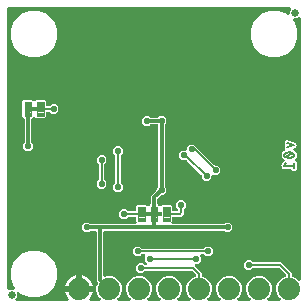
<source format=gbl>
G04 EAGLE Gerber RS-274X export*
G75*
%MOMM*%
%FSLAX34Y34*%
%LPD*%
%INBottom Copper*%
%IPPOS*%
%AMOC8*
5,1,8,0,0,1.08239X$1,22.5*%
G01*
%ADD10C,0.203200*%
%ADD11C,0.635000*%
%ADD12C,1.879600*%
%ADD13C,0.099059*%
%ADD14C,0.558800*%
%ADD15C,0.304800*%

G36*
X53596Y2812D02*
X53596Y2812D01*
X53734Y2825D01*
X53753Y2832D01*
X53773Y2835D01*
X53902Y2886D01*
X54033Y2933D01*
X54050Y2944D01*
X54068Y2952D01*
X54181Y3033D01*
X54296Y3112D01*
X54310Y3127D01*
X54326Y3138D01*
X54415Y3246D01*
X54507Y3350D01*
X54516Y3368D01*
X54529Y3383D01*
X54588Y3509D01*
X54651Y3634D01*
X54656Y3653D01*
X54664Y3671D01*
X54690Y3808D01*
X54721Y3944D01*
X54720Y3964D01*
X54724Y3983D01*
X54715Y4122D01*
X54711Y4262D01*
X54705Y4281D01*
X54704Y4301D01*
X54661Y4433D01*
X54622Y4567D01*
X54612Y4584D01*
X54606Y4603D01*
X54531Y4721D01*
X54461Y4841D01*
X54442Y4862D01*
X54436Y4872D01*
X54421Y4886D01*
X54416Y4892D01*
X53289Y6443D01*
X52436Y8117D01*
X51855Y9904D01*
X51815Y10161D01*
X62230Y10161D01*
X62348Y10176D01*
X62467Y10183D01*
X62505Y10196D01*
X62545Y10201D01*
X62656Y10244D01*
X62769Y10281D01*
X62803Y10303D01*
X62841Y10318D01*
X62937Y10388D01*
X63038Y10451D01*
X63066Y10481D01*
X63098Y10504D01*
X63174Y10596D01*
X63256Y10683D01*
X63275Y10718D01*
X63301Y10749D01*
X63352Y10857D01*
X63409Y10961D01*
X63420Y11001D01*
X63437Y11037D01*
X63459Y11154D01*
X63489Y11269D01*
X63493Y11330D01*
X63497Y11350D01*
X63495Y11370D01*
X63499Y11430D01*
X63499Y12701D01*
X63501Y12701D01*
X63501Y11430D01*
X63516Y11312D01*
X63523Y11193D01*
X63536Y11155D01*
X63541Y11114D01*
X63585Y11004D01*
X63621Y10891D01*
X63643Y10856D01*
X63658Y10819D01*
X63728Y10723D01*
X63791Y10622D01*
X63821Y10594D01*
X63845Y10561D01*
X63936Y10486D01*
X64023Y10404D01*
X64058Y10384D01*
X64090Y10359D01*
X64197Y10308D01*
X64302Y10250D01*
X64341Y10240D01*
X64377Y10223D01*
X64494Y10201D01*
X64609Y10171D01*
X64670Y10167D01*
X64690Y10163D01*
X64710Y10165D01*
X64770Y10161D01*
X75185Y10161D01*
X75145Y9904D01*
X74564Y8117D01*
X73711Y6443D01*
X72548Y4842D01*
X72539Y4826D01*
X72471Y4745D01*
X72463Y4726D01*
X72451Y4711D01*
X72395Y4583D01*
X72336Y4457D01*
X72332Y4437D01*
X72324Y4419D01*
X72302Y4281D01*
X72276Y4144D01*
X72277Y4125D01*
X72274Y4105D01*
X72287Y3966D01*
X72296Y3827D01*
X72302Y3808D01*
X72304Y3788D01*
X72351Y3657D01*
X72394Y3525D01*
X72405Y3508D01*
X72411Y3489D01*
X72489Y3374D01*
X72564Y3256D01*
X72579Y3242D01*
X72590Y3226D01*
X72694Y3134D01*
X72796Y3038D01*
X72813Y3028D01*
X72828Y3015D01*
X72952Y2952D01*
X73074Y2884D01*
X73094Y2879D01*
X73111Y2870D01*
X73247Y2840D01*
X73382Y2805D01*
X73410Y2803D01*
X73422Y2801D01*
X73442Y2801D01*
X73543Y2795D01*
X80653Y2795D01*
X80791Y2812D01*
X80930Y2825D01*
X80949Y2832D01*
X80969Y2835D01*
X81098Y2886D01*
X81229Y2933D01*
X81246Y2944D01*
X81264Y2952D01*
X81377Y3033D01*
X81492Y3111D01*
X81505Y3127D01*
X81522Y3138D01*
X81611Y3246D01*
X81702Y3350D01*
X81712Y3368D01*
X81725Y3383D01*
X81784Y3509D01*
X81847Y3633D01*
X81851Y3653D01*
X81860Y3671D01*
X81886Y3808D01*
X81917Y3943D01*
X81916Y3964D01*
X81920Y3983D01*
X81911Y4122D01*
X81907Y4261D01*
X81901Y4281D01*
X81900Y4301D01*
X81857Y4433D01*
X81819Y4567D01*
X81808Y4584D01*
X81802Y4603D01*
X81727Y4721D01*
X81657Y4841D01*
X81639Y4862D01*
X81632Y4872D01*
X81617Y4886D01*
X81551Y4961D01*
X79855Y6657D01*
X78231Y10578D01*
X78231Y14822D01*
X79252Y17287D01*
X79260Y17316D01*
X79274Y17342D01*
X79302Y17469D01*
X79336Y17594D01*
X79337Y17623D01*
X79343Y17652D01*
X79339Y17782D01*
X79341Y17912D01*
X79334Y17941D01*
X79334Y17970D01*
X79298Y18095D01*
X79267Y18221D01*
X79253Y18247D01*
X79245Y18276D01*
X79179Y18387D01*
X79118Y18502D01*
X79099Y18524D01*
X79084Y18550D01*
X78977Y18670D01*
X78485Y19162D01*
X78485Y60706D01*
X78470Y60824D01*
X78463Y60943D01*
X78450Y60981D01*
X78445Y61022D01*
X78402Y61132D01*
X78365Y61245D01*
X78343Y61280D01*
X78328Y61317D01*
X78259Y61413D01*
X78195Y61514D01*
X78165Y61542D01*
X78142Y61575D01*
X78050Y61651D01*
X77963Y61732D01*
X77928Y61752D01*
X77897Y61777D01*
X77789Y61828D01*
X77685Y61886D01*
X77645Y61896D01*
X77609Y61913D01*
X77492Y61935D01*
X77377Y61965D01*
X77317Y61969D01*
X77297Y61973D01*
X77276Y61971D01*
X77216Y61975D01*
X73329Y61975D01*
X73231Y61963D01*
X73132Y61960D01*
X73074Y61943D01*
X73014Y61935D01*
X72922Y61899D01*
X72827Y61871D01*
X72774Y61841D01*
X72718Y61818D01*
X72638Y61760D01*
X72553Y61710D01*
X72478Y61644D01*
X72461Y61632D01*
X72453Y61622D01*
X72432Y61603D01*
X71534Y60705D01*
X68166Y60705D01*
X65785Y63086D01*
X65785Y66454D01*
X68166Y68835D01*
X71534Y68835D01*
X72432Y67937D01*
X72510Y67876D01*
X72582Y67808D01*
X72635Y67779D01*
X72683Y67742D01*
X72774Y67702D01*
X72861Y67654D01*
X72919Y67639D01*
X72975Y67615D01*
X73073Y67600D01*
X73169Y67575D01*
X73269Y67569D01*
X73289Y67565D01*
X73301Y67567D01*
X73329Y67565D01*
X110998Y67565D01*
X111136Y67582D01*
X111275Y67595D01*
X111294Y67602D01*
X111314Y67605D01*
X111443Y67656D01*
X111574Y67703D01*
X111591Y67714D01*
X111609Y67722D01*
X111722Y67803D01*
X111837Y67881D01*
X111850Y67897D01*
X111867Y67908D01*
X111956Y68016D01*
X112047Y68120D01*
X112057Y68138D01*
X112069Y68153D01*
X112129Y68279D01*
X112192Y68403D01*
X112196Y68423D01*
X112205Y68441D01*
X112231Y68578D01*
X112262Y68713D01*
X112261Y68734D01*
X112265Y68753D01*
X112256Y68892D01*
X112252Y69031D01*
X112246Y69051D01*
X112245Y69071D01*
X112202Y69203D01*
X112163Y69337D01*
X112153Y69354D01*
X112147Y69373D01*
X112072Y69491D01*
X112013Y69591D01*
X112013Y72644D01*
X111998Y72762D01*
X111991Y72881D01*
X111978Y72919D01*
X111973Y72960D01*
X111930Y73070D01*
X111893Y73183D01*
X111871Y73218D01*
X111856Y73255D01*
X111787Y73351D01*
X111723Y73452D01*
X111693Y73480D01*
X111670Y73513D01*
X111578Y73589D01*
X111491Y73670D01*
X111456Y73690D01*
X111425Y73715D01*
X111317Y73766D01*
X111213Y73824D01*
X111173Y73834D01*
X111137Y73851D01*
X111020Y73873D01*
X110905Y73903D01*
X110845Y73907D01*
X110825Y73911D01*
X110804Y73909D01*
X110744Y73913D01*
X105587Y73913D01*
X105489Y73901D01*
X105390Y73898D01*
X105332Y73881D01*
X105272Y73873D01*
X105180Y73837D01*
X105085Y73809D01*
X105033Y73779D01*
X104976Y73756D01*
X104896Y73698D01*
X104811Y73648D01*
X104735Y73582D01*
X104719Y73570D01*
X104711Y73560D01*
X104690Y73542D01*
X103284Y72135D01*
X99916Y72135D01*
X97535Y74516D01*
X97535Y77884D01*
X99916Y80265D01*
X103284Y80265D01*
X104690Y78858D01*
X104768Y78798D01*
X104840Y78730D01*
X104893Y78701D01*
X104941Y78664D01*
X105032Y78624D01*
X105119Y78576D01*
X105177Y78561D01*
X105233Y78537D01*
X105331Y78522D01*
X105427Y78497D01*
X105527Y78491D01*
X105547Y78487D01*
X105559Y78489D01*
X105587Y78487D01*
X110744Y78487D01*
X110862Y78502D01*
X110981Y78509D01*
X111019Y78522D01*
X111060Y78527D01*
X111170Y78570D01*
X111283Y78607D01*
X111318Y78629D01*
X111355Y78644D01*
X111451Y78713D01*
X111552Y78777D01*
X111580Y78807D01*
X111613Y78830D01*
X111689Y78922D01*
X111770Y79009D01*
X111790Y79044D01*
X111815Y79075D01*
X111866Y79183D01*
X111924Y79287D01*
X111934Y79327D01*
X111951Y79363D01*
X111973Y79480D01*
X112003Y79595D01*
X112007Y79655D01*
X112011Y79675D01*
X112009Y79696D01*
X112013Y79756D01*
X112013Y82786D01*
X113048Y83821D01*
X120124Y83821D01*
X120896Y83049D01*
X120990Y82976D01*
X121079Y82898D01*
X121115Y82879D01*
X121147Y82855D01*
X121256Y82807D01*
X121362Y82753D01*
X121401Y82744D01*
X121439Y82728D01*
X121556Y82709D01*
X121672Y82683D01*
X121713Y82685D01*
X121753Y82678D01*
X121871Y82689D01*
X121990Y82693D01*
X122029Y82704D01*
X122069Y82708D01*
X122181Y82748D01*
X122296Y82782D01*
X122331Y82802D01*
X122369Y82816D01*
X122467Y82883D01*
X122570Y82943D01*
X122615Y82983D01*
X122632Y82994D01*
X122645Y83010D01*
X122691Y83049D01*
X123834Y84193D01*
X123894Y84271D01*
X123962Y84343D01*
X123991Y84396D01*
X124028Y84444D01*
X124068Y84535D01*
X124116Y84621D01*
X124131Y84680D01*
X124155Y84736D01*
X124170Y84834D01*
X124195Y84929D01*
X124201Y85029D01*
X124205Y85050D01*
X124203Y85062D01*
X124205Y85090D01*
X124205Y91328D01*
X128914Y96036D01*
X128974Y96114D01*
X129042Y96186D01*
X129071Y96239D01*
X129108Y96287D01*
X129148Y96378D01*
X129196Y96465D01*
X129211Y96523D01*
X129235Y96579D01*
X129250Y96677D01*
X129275Y96773D01*
X129281Y96873D01*
X129285Y96893D01*
X129283Y96905D01*
X129285Y96933D01*
X129285Y98204D01*
X130184Y99102D01*
X130244Y99180D01*
X130312Y99252D01*
X130341Y99305D01*
X130378Y99353D01*
X130418Y99444D01*
X130466Y99531D01*
X130481Y99589D01*
X130505Y99645D01*
X130520Y99743D01*
X130545Y99839D01*
X130551Y99939D01*
X130555Y99959D01*
X130553Y99971D01*
X130555Y99999D01*
X130555Y150876D01*
X130540Y150994D01*
X130533Y151113D01*
X130520Y151151D01*
X130515Y151192D01*
X130472Y151302D01*
X130435Y151415D01*
X130413Y151450D01*
X130398Y151487D01*
X130329Y151583D01*
X130265Y151684D01*
X130235Y151712D01*
X130212Y151745D01*
X130120Y151821D01*
X130033Y151902D01*
X129998Y151922D01*
X129967Y151947D01*
X129859Y151998D01*
X129755Y152056D01*
X129715Y152066D01*
X129679Y152083D01*
X129562Y152105D01*
X129447Y152135D01*
X129387Y152139D01*
X129367Y152143D01*
X129346Y152141D01*
X129286Y152145D01*
X124129Y152145D01*
X124031Y152133D01*
X123932Y152130D01*
X123874Y152113D01*
X123814Y152105D01*
X123722Y152069D01*
X123627Y152041D01*
X123575Y152011D01*
X123518Y151988D01*
X123438Y151930D01*
X123353Y151880D01*
X123277Y151814D01*
X123261Y151802D01*
X123253Y151792D01*
X123232Y151774D01*
X122334Y150875D01*
X118966Y150875D01*
X116585Y153256D01*
X116585Y156624D01*
X118966Y159005D01*
X122334Y159005D01*
X123232Y158106D01*
X123310Y158046D01*
X123382Y157978D01*
X123435Y157949D01*
X123483Y157912D01*
X123574Y157872D01*
X123661Y157824D01*
X123719Y157809D01*
X123775Y157785D01*
X123873Y157770D01*
X123969Y157745D01*
X124069Y157739D01*
X124089Y157735D01*
X124101Y157737D01*
X124129Y157735D01*
X129871Y157735D01*
X129969Y157747D01*
X130068Y157750D01*
X130126Y157767D01*
X130186Y157775D01*
X130278Y157811D01*
X130373Y157839D01*
X130425Y157869D01*
X130482Y157892D01*
X130562Y157950D01*
X130647Y158000D01*
X130723Y158066D01*
X130739Y158078D01*
X130747Y158088D01*
X130768Y158106D01*
X131666Y159005D01*
X135034Y159005D01*
X137415Y156624D01*
X137415Y153256D01*
X136516Y152358D01*
X136456Y152280D01*
X136388Y152208D01*
X136359Y152155D01*
X136322Y152107D01*
X136282Y152016D01*
X136234Y151929D01*
X136219Y151871D01*
X136195Y151815D01*
X136180Y151717D01*
X136155Y151621D01*
X136149Y151521D01*
X136145Y151501D01*
X136147Y151489D01*
X136145Y151461D01*
X136145Y99999D01*
X136157Y99901D01*
X136160Y99802D01*
X136177Y99744D01*
X136185Y99684D01*
X136221Y99592D01*
X136249Y99497D01*
X136279Y99445D01*
X136302Y99388D01*
X136360Y99308D01*
X136410Y99223D01*
X136476Y99147D01*
X136488Y99131D01*
X136498Y99123D01*
X136516Y99102D01*
X137415Y98204D01*
X137415Y94836D01*
X135034Y92455D01*
X133763Y92455D01*
X133665Y92443D01*
X133566Y92440D01*
X133508Y92423D01*
X133448Y92415D01*
X133356Y92379D01*
X133261Y92351D01*
X133208Y92321D01*
X133152Y92298D01*
X133072Y92240D01*
X132987Y92190D01*
X132911Y92124D01*
X132895Y92112D01*
X132887Y92102D01*
X132866Y92084D01*
X130166Y89384D01*
X130106Y89306D01*
X130038Y89234D01*
X130009Y89181D01*
X129972Y89133D01*
X129932Y89042D01*
X129884Y88955D01*
X129869Y88897D01*
X129845Y88841D01*
X129830Y88743D01*
X129805Y88647D01*
X129799Y88547D01*
X129795Y88527D01*
X129797Y88515D01*
X129795Y88487D01*
X129795Y85090D01*
X129807Y84992D01*
X129810Y84893D01*
X129827Y84835D01*
X129835Y84774D01*
X129871Y84682D01*
X129899Y84587D01*
X129929Y84535D01*
X129952Y84479D01*
X130010Y84399D01*
X130060Y84313D01*
X130126Y84238D01*
X130138Y84221D01*
X130148Y84214D01*
X130166Y84192D01*
X131310Y83049D01*
X131404Y82976D01*
X131493Y82898D01*
X131529Y82879D01*
X131561Y82855D01*
X131670Y82807D01*
X131776Y82753D01*
X131815Y82744D01*
X131853Y82728D01*
X131970Y82709D01*
X132086Y82683D01*
X132127Y82685D01*
X132167Y82678D01*
X132285Y82689D01*
X132404Y82693D01*
X132443Y82704D01*
X132483Y82708D01*
X132595Y82748D01*
X132710Y82782D01*
X132745Y82802D01*
X132783Y82816D01*
X132881Y82883D01*
X132984Y82943D01*
X133029Y82983D01*
X133046Y82994D01*
X133059Y83010D01*
X133105Y83049D01*
X133876Y83821D01*
X140952Y83821D01*
X141987Y82786D01*
X141987Y79756D01*
X142002Y79638D01*
X142009Y79519D01*
X142022Y79481D01*
X142027Y79440D01*
X142070Y79330D01*
X142107Y79217D01*
X142129Y79182D01*
X142144Y79145D01*
X142213Y79049D01*
X142277Y78948D01*
X142307Y78920D01*
X142330Y78887D01*
X142422Y78811D01*
X142509Y78730D01*
X142544Y78710D01*
X142575Y78685D01*
X142683Y78634D01*
X142787Y78576D01*
X142827Y78566D01*
X142863Y78549D01*
X142980Y78527D01*
X143095Y78497D01*
X143155Y78493D01*
X143175Y78489D01*
X143196Y78491D01*
X143256Y78487D01*
X146304Y78487D01*
X146422Y78502D01*
X146541Y78509D01*
X146579Y78522D01*
X146620Y78527D01*
X146730Y78570D01*
X146843Y78607D01*
X146878Y78629D01*
X146915Y78644D01*
X147011Y78713D01*
X147112Y78777D01*
X147140Y78807D01*
X147173Y78830D01*
X147249Y78922D01*
X147330Y79009D01*
X147350Y79044D01*
X147375Y79075D01*
X147426Y79183D01*
X147484Y79287D01*
X147494Y79327D01*
X147511Y79363D01*
X147533Y79480D01*
X147563Y79595D01*
X147567Y79655D01*
X147571Y79675D01*
X147569Y79696D01*
X147573Y79756D01*
X147573Y79833D01*
X147561Y79931D01*
X147558Y80030D01*
X147541Y80088D01*
X147533Y80148D01*
X147497Y80240D01*
X147469Y80335D01*
X147439Y80387D01*
X147416Y80444D01*
X147358Y80524D01*
X147308Y80609D01*
X147242Y80685D01*
X147230Y80701D01*
X147220Y80709D01*
X147202Y80730D01*
X145795Y82136D01*
X145795Y85504D01*
X148176Y87885D01*
X151544Y87885D01*
X153925Y85504D01*
X153925Y82136D01*
X152518Y80730D01*
X152458Y80652D01*
X152390Y80580D01*
X152361Y80527D01*
X152324Y80479D01*
X152284Y80388D01*
X152236Y80301D01*
X152221Y80243D01*
X152197Y80187D01*
X152182Y80089D01*
X152157Y79993D01*
X152151Y79893D01*
X152147Y79873D01*
X152149Y79861D01*
X152147Y79833D01*
X152147Y76523D01*
X149537Y73913D01*
X143256Y73913D01*
X143138Y73898D01*
X143019Y73891D01*
X142981Y73878D01*
X142940Y73873D01*
X142830Y73830D01*
X142717Y73793D01*
X142682Y73771D01*
X142645Y73756D01*
X142549Y73687D01*
X142448Y73623D01*
X142420Y73593D01*
X142387Y73570D01*
X142311Y73478D01*
X142230Y73391D01*
X142210Y73356D01*
X142185Y73325D01*
X142134Y73217D01*
X142076Y73113D01*
X142066Y73073D01*
X142049Y73037D01*
X142027Y72920D01*
X141997Y72805D01*
X141993Y72745D01*
X141989Y72725D01*
X141991Y72704D01*
X141987Y72644D01*
X141987Y69582D01*
X141931Y69515D01*
X141922Y69496D01*
X141910Y69480D01*
X141854Y69353D01*
X141795Y69227D01*
X141791Y69207D01*
X141783Y69188D01*
X141761Y69051D01*
X141735Y68914D01*
X141736Y68894D01*
X141733Y68874D01*
X141746Y68736D01*
X141755Y68597D01*
X141761Y68578D01*
X141763Y68558D01*
X141810Y68427D01*
X141853Y68295D01*
X141864Y68277D01*
X141871Y68258D01*
X141949Y68143D01*
X142023Y68026D01*
X142038Y68012D01*
X142049Y67995D01*
X142153Y67903D01*
X142255Y67808D01*
X142273Y67798D01*
X142288Y67785D01*
X142411Y67722D01*
X142533Y67654D01*
X142553Y67649D01*
X142571Y67640D01*
X142707Y67610D01*
X142841Y67575D01*
X142869Y67573D01*
X142881Y67570D01*
X142902Y67571D01*
X143002Y67565D01*
X185751Y67565D01*
X185849Y67577D01*
X185948Y67580D01*
X186006Y67597D01*
X186066Y67605D01*
X186158Y67641D01*
X186253Y67669D01*
X186306Y67699D01*
X186362Y67722D01*
X186442Y67780D01*
X186527Y67830D01*
X186602Y67896D01*
X186619Y67908D01*
X186627Y67918D01*
X186648Y67937D01*
X187546Y68835D01*
X190914Y68835D01*
X193295Y66454D01*
X193295Y63086D01*
X190914Y60705D01*
X187546Y60705D01*
X186648Y61603D01*
X186570Y61664D01*
X186498Y61732D01*
X186445Y61761D01*
X186397Y61798D01*
X186306Y61838D01*
X186219Y61886D01*
X186161Y61901D01*
X186105Y61925D01*
X186007Y61940D01*
X185911Y61965D01*
X185811Y61971D01*
X185791Y61975D01*
X185779Y61973D01*
X185751Y61975D01*
X85344Y61975D01*
X85226Y61960D01*
X85107Y61953D01*
X85069Y61940D01*
X85028Y61935D01*
X84918Y61892D01*
X84805Y61855D01*
X84770Y61833D01*
X84733Y61818D01*
X84637Y61749D01*
X84536Y61685D01*
X84508Y61655D01*
X84475Y61632D01*
X84399Y61540D01*
X84318Y61453D01*
X84298Y61418D01*
X84273Y61387D01*
X84222Y61279D01*
X84164Y61175D01*
X84154Y61135D01*
X84137Y61099D01*
X84115Y60982D01*
X84085Y60867D01*
X84081Y60807D01*
X84077Y60787D01*
X84079Y60766D01*
X84075Y60706D01*
X84075Y24149D01*
X84081Y24099D01*
X84079Y24050D01*
X84101Y23942D01*
X84115Y23833D01*
X84133Y23787D01*
X84143Y23738D01*
X84191Y23639D01*
X84232Y23537D01*
X84261Y23497D01*
X84283Y23453D01*
X84354Y23369D01*
X84418Y23280D01*
X84457Y23248D01*
X84489Y23211D01*
X84579Y23147D01*
X84663Y23077D01*
X84708Y23056D01*
X84749Y23027D01*
X84852Y22988D01*
X84951Y22942D01*
X85000Y22932D01*
X85046Y22915D01*
X85156Y22903D01*
X85263Y22882D01*
X85313Y22885D01*
X85362Y22879D01*
X85471Y22895D01*
X85581Y22902D01*
X85628Y22917D01*
X85677Y22924D01*
X85830Y22976D01*
X86778Y23369D01*
X91022Y23369D01*
X94943Y21745D01*
X97945Y18743D01*
X99569Y14822D01*
X99569Y10578D01*
X97945Y6657D01*
X96249Y4961D01*
X96164Y4852D01*
X96075Y4745D01*
X96067Y4726D01*
X96054Y4710D01*
X95999Y4582D01*
X95940Y4457D01*
X95936Y4437D01*
X95928Y4418D01*
X95906Y4280D01*
X95880Y4144D01*
X95881Y4124D01*
X95878Y4104D01*
X95891Y3965D01*
X95900Y3827D01*
X95906Y3808D01*
X95908Y3788D01*
X95955Y3656D01*
X95998Y3525D01*
X96009Y3507D01*
X96016Y3488D01*
X96094Y3373D01*
X96168Y3256D01*
X96183Y3242D01*
X96194Y3225D01*
X96298Y3133D01*
X96400Y3038D01*
X96417Y3028D01*
X96433Y3015D01*
X96557Y2951D01*
X96678Y2884D01*
X96698Y2879D01*
X96716Y2870D01*
X96852Y2840D01*
X96986Y2805D01*
X97014Y2803D01*
X97026Y2800D01*
X97047Y2801D01*
X97147Y2795D01*
X106053Y2795D01*
X106191Y2812D01*
X106330Y2825D01*
X106349Y2832D01*
X106369Y2835D01*
X106498Y2886D01*
X106629Y2933D01*
X106646Y2944D01*
X106664Y2952D01*
X106777Y3033D01*
X106892Y3111D01*
X106905Y3127D01*
X106922Y3138D01*
X107011Y3246D01*
X107102Y3350D01*
X107112Y3368D01*
X107125Y3383D01*
X107184Y3509D01*
X107247Y3633D01*
X107251Y3653D01*
X107260Y3671D01*
X107286Y3808D01*
X107317Y3943D01*
X107316Y3964D01*
X107320Y3983D01*
X107311Y4122D01*
X107307Y4261D01*
X107301Y4281D01*
X107300Y4301D01*
X107257Y4433D01*
X107219Y4567D01*
X107208Y4584D01*
X107202Y4603D01*
X107127Y4721D01*
X107057Y4841D01*
X107039Y4862D01*
X107032Y4872D01*
X107017Y4886D01*
X106951Y4961D01*
X105255Y6657D01*
X103631Y10578D01*
X103631Y14822D01*
X105255Y18743D01*
X108257Y21745D01*
X112178Y23369D01*
X116422Y23369D01*
X120343Y21745D01*
X123345Y18743D01*
X124969Y14822D01*
X124969Y10578D01*
X123345Y6657D01*
X121649Y4961D01*
X121564Y4852D01*
X121475Y4745D01*
X121467Y4726D01*
X121454Y4710D01*
X121399Y4582D01*
X121340Y4457D01*
X121336Y4437D01*
X121328Y4418D01*
X121306Y4280D01*
X121280Y4144D01*
X121281Y4124D01*
X121278Y4104D01*
X121291Y3965D01*
X121300Y3827D01*
X121306Y3808D01*
X121308Y3788D01*
X121355Y3656D01*
X121398Y3525D01*
X121409Y3507D01*
X121416Y3488D01*
X121494Y3373D01*
X121568Y3256D01*
X121583Y3242D01*
X121594Y3225D01*
X121698Y3133D01*
X121800Y3038D01*
X121817Y3028D01*
X121833Y3015D01*
X121957Y2951D01*
X122078Y2884D01*
X122098Y2879D01*
X122116Y2870D01*
X122252Y2840D01*
X122386Y2805D01*
X122414Y2803D01*
X122426Y2800D01*
X122447Y2801D01*
X122547Y2795D01*
X131453Y2795D01*
X131591Y2812D01*
X131730Y2825D01*
X131749Y2832D01*
X131769Y2835D01*
X131898Y2886D01*
X132029Y2933D01*
X132046Y2944D01*
X132064Y2952D01*
X132177Y3033D01*
X132292Y3111D01*
X132305Y3127D01*
X132322Y3138D01*
X132411Y3246D01*
X132502Y3350D01*
X132512Y3368D01*
X132525Y3383D01*
X132584Y3509D01*
X132647Y3633D01*
X132651Y3653D01*
X132660Y3671D01*
X132686Y3808D01*
X132717Y3943D01*
X132716Y3964D01*
X132720Y3983D01*
X132711Y4122D01*
X132707Y4261D01*
X132701Y4281D01*
X132700Y4301D01*
X132657Y4433D01*
X132619Y4567D01*
X132608Y4584D01*
X132602Y4603D01*
X132527Y4721D01*
X132457Y4841D01*
X132439Y4862D01*
X132432Y4872D01*
X132417Y4886D01*
X132351Y4961D01*
X130655Y6657D01*
X129031Y10578D01*
X129031Y14822D01*
X130655Y18743D01*
X133657Y21745D01*
X137578Y23369D01*
X141822Y23369D01*
X145743Y21745D01*
X148745Y18743D01*
X150369Y14822D01*
X150369Y10578D01*
X148745Y6657D01*
X147049Y4961D01*
X146964Y4852D01*
X146875Y4745D01*
X146867Y4726D01*
X146854Y4710D01*
X146799Y4582D01*
X146740Y4457D01*
X146736Y4437D01*
X146728Y4418D01*
X146706Y4280D01*
X146680Y4144D01*
X146681Y4124D01*
X146678Y4104D01*
X146691Y3965D01*
X146700Y3827D01*
X146706Y3808D01*
X146708Y3788D01*
X146755Y3656D01*
X146798Y3525D01*
X146809Y3507D01*
X146816Y3488D01*
X146894Y3373D01*
X146968Y3256D01*
X146983Y3242D01*
X146994Y3225D01*
X147098Y3133D01*
X147200Y3038D01*
X147217Y3028D01*
X147233Y3015D01*
X147357Y2951D01*
X147478Y2884D01*
X147498Y2879D01*
X147516Y2870D01*
X147652Y2840D01*
X147786Y2805D01*
X147814Y2803D01*
X147826Y2800D01*
X147847Y2801D01*
X147947Y2795D01*
X156853Y2795D01*
X156991Y2812D01*
X157130Y2825D01*
X157149Y2832D01*
X157169Y2835D01*
X157298Y2886D01*
X157429Y2933D01*
X157446Y2944D01*
X157464Y2952D01*
X157577Y3033D01*
X157692Y3111D01*
X157705Y3127D01*
X157722Y3138D01*
X157811Y3246D01*
X157902Y3350D01*
X157912Y3368D01*
X157925Y3383D01*
X157984Y3509D01*
X158047Y3633D01*
X158051Y3653D01*
X158060Y3671D01*
X158086Y3808D01*
X158117Y3943D01*
X158116Y3964D01*
X158120Y3983D01*
X158111Y4122D01*
X158107Y4261D01*
X158101Y4281D01*
X158100Y4301D01*
X158057Y4433D01*
X158019Y4567D01*
X158008Y4584D01*
X158002Y4603D01*
X157927Y4721D01*
X157857Y4841D01*
X157839Y4862D01*
X157832Y4872D01*
X157817Y4886D01*
X157751Y4961D01*
X156055Y6657D01*
X154431Y10578D01*
X154431Y14822D01*
X156055Y18743D01*
X159057Y21745D01*
X161873Y22911D01*
X161916Y22936D01*
X161963Y22953D01*
X162054Y23014D01*
X162149Y23069D01*
X162185Y23103D01*
X162226Y23131D01*
X162299Y23213D01*
X162378Y23290D01*
X162404Y23332D01*
X162437Y23370D01*
X162487Y23467D01*
X162544Y23561D01*
X162559Y23608D01*
X162581Y23653D01*
X162605Y23760D01*
X162638Y23865D01*
X162640Y23915D01*
X162651Y23963D01*
X162647Y24073D01*
X162653Y24183D01*
X162643Y24231D01*
X162641Y24281D01*
X162611Y24386D01*
X162588Y24494D01*
X162567Y24539D01*
X162553Y24586D01*
X162497Y24681D01*
X162449Y24780D01*
X162416Y24818D01*
X162391Y24860D01*
X162285Y24981D01*
X159445Y27822D01*
X159366Y27882D01*
X159294Y27950D01*
X159241Y27979D01*
X159193Y28016D01*
X159102Y28056D01*
X159016Y28104D01*
X158957Y28119D01*
X158901Y28143D01*
X158803Y28158D01*
X158708Y28183D01*
X158608Y28189D01*
X158587Y28193D01*
X158575Y28191D01*
X158547Y28193D01*
X119557Y28193D01*
X119459Y28181D01*
X119360Y28178D01*
X119302Y28161D01*
X119242Y28153D01*
X119150Y28117D01*
X119055Y28089D01*
X119003Y28059D01*
X118946Y28036D01*
X118866Y27978D01*
X118781Y27928D01*
X118705Y27862D01*
X118689Y27850D01*
X118681Y27840D01*
X118675Y27836D01*
X118672Y27833D01*
X118660Y27822D01*
X117254Y26415D01*
X113886Y26415D01*
X111505Y28796D01*
X111505Y32164D01*
X113886Y34545D01*
X117254Y34545D01*
X118660Y33138D01*
X118738Y33078D01*
X118810Y33010D01*
X118863Y32981D01*
X118911Y32944D01*
X119002Y32904D01*
X119089Y32856D01*
X119147Y32841D01*
X119203Y32817D01*
X119301Y32802D01*
X119397Y32777D01*
X119497Y32771D01*
X119517Y32767D01*
X119529Y32769D01*
X119557Y32767D01*
X119711Y32767D01*
X119848Y32784D01*
X119987Y32797D01*
X120006Y32804D01*
X120026Y32807D01*
X120155Y32858D01*
X120286Y32905D01*
X120303Y32916D01*
X120322Y32924D01*
X120434Y33005D01*
X120549Y33083D01*
X120563Y33099D01*
X120579Y33110D01*
X120668Y33218D01*
X120760Y33322D01*
X120769Y33340D01*
X120782Y33355D01*
X120841Y33481D01*
X120904Y33605D01*
X120909Y33625D01*
X120918Y33643D01*
X120944Y33780D01*
X120974Y33915D01*
X120974Y33936D01*
X120977Y33955D01*
X120969Y34094D01*
X120964Y34233D01*
X120959Y34253D01*
X120958Y34273D01*
X120915Y34405D01*
X120876Y34539D01*
X120866Y34556D01*
X120860Y34575D01*
X120785Y34693D01*
X120715Y34813D01*
X120696Y34834D01*
X120689Y34844D01*
X120674Y34858D01*
X120608Y34933D01*
X119125Y36416D01*
X119125Y39784D01*
X119338Y39996D01*
X119423Y40106D01*
X119512Y40213D01*
X119521Y40232D01*
X119533Y40248D01*
X119588Y40376D01*
X119648Y40501D01*
X119651Y40521D01*
X119659Y40540D01*
X119681Y40678D01*
X119707Y40814D01*
X119706Y40834D01*
X119709Y40854D01*
X119696Y40993D01*
X119688Y41131D01*
X119681Y41150D01*
X119679Y41170D01*
X119632Y41301D01*
X119590Y41433D01*
X119579Y41451D01*
X119572Y41470D01*
X119494Y41584D01*
X119419Y41702D01*
X119405Y41716D01*
X119393Y41733D01*
X119289Y41825D01*
X119188Y41920D01*
X119170Y41930D01*
X119155Y41943D01*
X119031Y42006D01*
X118909Y42074D01*
X118890Y42079D01*
X118872Y42088D01*
X118736Y42118D01*
X118601Y42153D01*
X118573Y42155D01*
X118561Y42158D01*
X118541Y42157D01*
X118441Y42163D01*
X117017Y42163D01*
X116919Y42151D01*
X116820Y42148D01*
X116762Y42131D01*
X116702Y42123D01*
X116610Y42087D01*
X116515Y42059D01*
X116463Y42029D01*
X116406Y42006D01*
X116326Y41948D01*
X116241Y41898D01*
X116165Y41832D01*
X116149Y41820D01*
X116141Y41810D01*
X116120Y41792D01*
X114714Y40385D01*
X111346Y40385D01*
X108965Y42766D01*
X108965Y46134D01*
X111346Y48515D01*
X114714Y48515D01*
X116120Y47108D01*
X116198Y47048D01*
X116270Y46980D01*
X116323Y46951D01*
X116371Y46914D01*
X116462Y46874D01*
X116549Y46826D01*
X116607Y46811D01*
X116663Y46787D01*
X116761Y46772D01*
X116857Y46747D01*
X116957Y46741D01*
X116977Y46737D01*
X116989Y46739D01*
X117017Y46737D01*
X168733Y46737D01*
X168831Y46749D01*
X168930Y46752D01*
X168988Y46769D01*
X169048Y46777D01*
X169140Y46813D01*
X169235Y46841D01*
X169287Y46871D01*
X169344Y46894D01*
X169424Y46952D01*
X169509Y47002D01*
X169585Y47068D01*
X169601Y47080D01*
X169609Y47090D01*
X169630Y47108D01*
X171036Y48515D01*
X174404Y48515D01*
X176785Y46134D01*
X176785Y42766D01*
X174404Y40385D01*
X171036Y40385D01*
X169630Y41792D01*
X169552Y41852D01*
X169480Y41920D01*
X169427Y41949D01*
X169379Y41986D01*
X169288Y42026D01*
X169201Y42074D01*
X169143Y42089D01*
X169087Y42113D01*
X168989Y42128D01*
X168893Y42153D01*
X168793Y42159D01*
X168773Y42163D01*
X168761Y42161D01*
X168733Y42163D01*
X167309Y42163D01*
X167171Y42146D01*
X167033Y42133D01*
X167014Y42126D01*
X166994Y42123D01*
X166864Y42072D01*
X166734Y42025D01*
X166717Y42014D01*
X166698Y42006D01*
X166586Y41925D01*
X166471Y41847D01*
X166457Y41831D01*
X166441Y41820D01*
X166352Y41712D01*
X166260Y41608D01*
X166251Y41590D01*
X166238Y41575D01*
X166179Y41449D01*
X166115Y41325D01*
X166111Y41305D01*
X166102Y41287D01*
X166076Y41151D01*
X166046Y41015D01*
X166046Y40994D01*
X166043Y40975D01*
X166051Y40836D01*
X166056Y40697D01*
X166061Y40677D01*
X166062Y40657D01*
X166105Y40525D01*
X166144Y40391D01*
X166154Y40374D01*
X166160Y40355D01*
X166235Y40237D01*
X166305Y40117D01*
X166324Y40096D01*
X166331Y40086D01*
X166346Y40072D01*
X166412Y39996D01*
X166625Y39784D01*
X166625Y36416D01*
X164244Y34035D01*
X162763Y34035D01*
X162625Y34018D01*
X162487Y34005D01*
X162468Y33998D01*
X162447Y33995D01*
X162318Y33944D01*
X162187Y33897D01*
X162170Y33886D01*
X162152Y33878D01*
X162039Y33797D01*
X161924Y33719D01*
X161911Y33703D01*
X161894Y33692D01*
X161806Y33584D01*
X161714Y33480D01*
X161704Y33462D01*
X161692Y33447D01*
X161632Y33321D01*
X161569Y33197D01*
X161565Y33177D01*
X161556Y33159D01*
X161530Y33022D01*
X161499Y32887D01*
X161500Y32866D01*
X161496Y32847D01*
X161505Y32708D01*
X161509Y32569D01*
X161515Y32549D01*
X161516Y32529D01*
X161559Y32397D01*
X161597Y32263D01*
X161608Y32246D01*
X161614Y32227D01*
X161688Y32109D01*
X161759Y31989D01*
X161778Y31968D01*
X161784Y31958D01*
X161799Y31944D01*
X161865Y31869D01*
X162678Y31056D01*
X162678Y31055D01*
X167387Y26347D01*
X167387Y24149D01*
X167390Y24119D01*
X167388Y24090D01*
X167410Y23962D01*
X167427Y23833D01*
X167437Y23806D01*
X167442Y23777D01*
X167496Y23658D01*
X167544Y23537D01*
X167561Y23514D01*
X167573Y23487D01*
X167654Y23385D01*
X167730Y23280D01*
X167753Y23261D01*
X167772Y23238D01*
X167875Y23160D01*
X167975Y23077D01*
X168002Y23065D01*
X168026Y23047D01*
X168170Y22976D01*
X171143Y21745D01*
X174145Y18743D01*
X175769Y14822D01*
X175769Y10578D01*
X174145Y6657D01*
X172449Y4961D01*
X172364Y4852D01*
X172275Y4745D01*
X172267Y4726D01*
X172254Y4710D01*
X172199Y4582D01*
X172140Y4457D01*
X172136Y4437D01*
X172128Y4418D01*
X172106Y4280D01*
X172080Y4144D01*
X172081Y4124D01*
X172078Y4104D01*
X172091Y3965D01*
X172100Y3827D01*
X172106Y3808D01*
X172108Y3788D01*
X172155Y3656D01*
X172198Y3525D01*
X172209Y3507D01*
X172216Y3488D01*
X172294Y3373D01*
X172368Y3256D01*
X172383Y3242D01*
X172394Y3225D01*
X172498Y3133D01*
X172600Y3038D01*
X172617Y3028D01*
X172633Y3015D01*
X172757Y2951D01*
X172878Y2884D01*
X172898Y2879D01*
X172916Y2870D01*
X173052Y2840D01*
X173186Y2805D01*
X173214Y2803D01*
X173226Y2800D01*
X173247Y2801D01*
X173347Y2795D01*
X182253Y2795D01*
X182391Y2812D01*
X182530Y2825D01*
X182549Y2832D01*
X182569Y2835D01*
X182698Y2886D01*
X182829Y2933D01*
X182846Y2944D01*
X182864Y2952D01*
X182977Y3033D01*
X183092Y3111D01*
X183105Y3127D01*
X183122Y3138D01*
X183211Y3246D01*
X183302Y3350D01*
X183312Y3368D01*
X183325Y3383D01*
X183384Y3509D01*
X183447Y3633D01*
X183451Y3653D01*
X183460Y3671D01*
X183486Y3808D01*
X183517Y3943D01*
X183516Y3964D01*
X183520Y3983D01*
X183511Y4122D01*
X183507Y4261D01*
X183501Y4281D01*
X183500Y4301D01*
X183457Y4433D01*
X183419Y4567D01*
X183408Y4584D01*
X183402Y4603D01*
X183327Y4721D01*
X183257Y4841D01*
X183239Y4862D01*
X183232Y4872D01*
X183217Y4886D01*
X183151Y4961D01*
X181455Y6657D01*
X179831Y10578D01*
X179831Y14822D01*
X181455Y18743D01*
X184457Y21745D01*
X188378Y23369D01*
X192622Y23369D01*
X196543Y21745D01*
X199545Y18743D01*
X201169Y14822D01*
X201169Y10578D01*
X199545Y6657D01*
X197849Y4961D01*
X197764Y4852D01*
X197675Y4745D01*
X197667Y4726D01*
X197654Y4710D01*
X197599Y4582D01*
X197540Y4457D01*
X197536Y4437D01*
X197528Y4418D01*
X197506Y4280D01*
X197480Y4144D01*
X197481Y4124D01*
X197478Y4104D01*
X197491Y3965D01*
X197500Y3827D01*
X197506Y3808D01*
X197508Y3788D01*
X197555Y3656D01*
X197598Y3525D01*
X197609Y3507D01*
X197616Y3488D01*
X197694Y3373D01*
X197768Y3256D01*
X197783Y3242D01*
X197794Y3225D01*
X197898Y3133D01*
X198000Y3038D01*
X198017Y3028D01*
X198033Y3015D01*
X198157Y2951D01*
X198278Y2884D01*
X198298Y2879D01*
X198316Y2870D01*
X198452Y2840D01*
X198586Y2805D01*
X198614Y2803D01*
X198626Y2800D01*
X198647Y2801D01*
X198747Y2795D01*
X207653Y2795D01*
X207791Y2812D01*
X207930Y2825D01*
X207949Y2832D01*
X207969Y2835D01*
X208098Y2886D01*
X208229Y2933D01*
X208246Y2944D01*
X208264Y2952D01*
X208377Y3033D01*
X208492Y3111D01*
X208505Y3127D01*
X208522Y3138D01*
X208611Y3246D01*
X208702Y3350D01*
X208712Y3368D01*
X208725Y3383D01*
X208784Y3509D01*
X208847Y3633D01*
X208851Y3653D01*
X208860Y3671D01*
X208886Y3808D01*
X208917Y3943D01*
X208916Y3964D01*
X208920Y3983D01*
X208911Y4122D01*
X208907Y4261D01*
X208901Y4281D01*
X208900Y4301D01*
X208857Y4433D01*
X208819Y4567D01*
X208808Y4584D01*
X208802Y4603D01*
X208727Y4721D01*
X208657Y4841D01*
X208639Y4862D01*
X208632Y4872D01*
X208617Y4886D01*
X208551Y4961D01*
X206855Y6657D01*
X205231Y10578D01*
X205231Y14822D01*
X206855Y18743D01*
X209857Y21745D01*
X213778Y23369D01*
X218022Y23369D01*
X221943Y21745D01*
X224945Y18743D01*
X226569Y14822D01*
X226569Y10578D01*
X224945Y6657D01*
X223249Y4961D01*
X223164Y4852D01*
X223075Y4745D01*
X223067Y4726D01*
X223054Y4710D01*
X222999Y4582D01*
X222940Y4457D01*
X222936Y4437D01*
X222928Y4418D01*
X222906Y4280D01*
X222880Y4144D01*
X222881Y4124D01*
X222878Y4104D01*
X222891Y3965D01*
X222900Y3827D01*
X222906Y3808D01*
X222908Y3788D01*
X222955Y3656D01*
X222998Y3525D01*
X223009Y3507D01*
X223016Y3488D01*
X223094Y3373D01*
X223168Y3256D01*
X223183Y3242D01*
X223194Y3225D01*
X223298Y3133D01*
X223400Y3038D01*
X223417Y3028D01*
X223433Y3015D01*
X223557Y2951D01*
X223678Y2884D01*
X223698Y2879D01*
X223716Y2870D01*
X223852Y2840D01*
X223986Y2805D01*
X224014Y2803D01*
X224026Y2800D01*
X224047Y2801D01*
X224147Y2795D01*
X233053Y2795D01*
X233191Y2812D01*
X233330Y2825D01*
X233349Y2832D01*
X233369Y2835D01*
X233498Y2886D01*
X233629Y2933D01*
X233646Y2944D01*
X233664Y2952D01*
X233777Y3033D01*
X233892Y3111D01*
X233905Y3127D01*
X233922Y3138D01*
X234011Y3246D01*
X234102Y3350D01*
X234112Y3368D01*
X234125Y3383D01*
X234184Y3509D01*
X234247Y3633D01*
X234251Y3653D01*
X234260Y3671D01*
X234286Y3808D01*
X234317Y3943D01*
X234316Y3964D01*
X234320Y3983D01*
X234311Y4122D01*
X234307Y4261D01*
X234301Y4281D01*
X234300Y4301D01*
X234257Y4433D01*
X234219Y4567D01*
X234208Y4584D01*
X234202Y4603D01*
X234127Y4721D01*
X234057Y4841D01*
X234039Y4862D01*
X234032Y4872D01*
X234017Y4886D01*
X233951Y4961D01*
X232255Y6657D01*
X230631Y10578D01*
X230631Y14822D01*
X232255Y18743D01*
X235257Y21745D01*
X238073Y22911D01*
X238116Y22936D01*
X238163Y22953D01*
X238254Y23014D01*
X238349Y23069D01*
X238385Y23103D01*
X238426Y23131D01*
X238499Y23213D01*
X238578Y23290D01*
X238604Y23332D01*
X238637Y23370D01*
X238687Y23467D01*
X238744Y23561D01*
X238759Y23608D01*
X238781Y23653D01*
X238805Y23760D01*
X238838Y23865D01*
X238840Y23915D01*
X238851Y23963D01*
X238847Y24073D01*
X238853Y24183D01*
X238843Y24231D01*
X238841Y24281D01*
X238811Y24386D01*
X238788Y24494D01*
X238767Y24539D01*
X238753Y24586D01*
X238697Y24681D01*
X238649Y24780D01*
X238616Y24818D01*
X238591Y24860D01*
X238485Y24981D01*
X233105Y30362D01*
X233026Y30422D01*
X232954Y30490D01*
X232901Y30519D01*
X232853Y30556D01*
X232762Y30596D01*
X232676Y30644D01*
X232617Y30659D01*
X232561Y30683D01*
X232463Y30698D01*
X232368Y30723D01*
X232268Y30729D01*
X232247Y30733D01*
X232235Y30731D01*
X232207Y30733D01*
X210997Y30733D01*
X210899Y30721D01*
X210800Y30718D01*
X210742Y30701D01*
X210682Y30693D01*
X210590Y30657D01*
X210495Y30629D01*
X210443Y30599D01*
X210386Y30576D01*
X210306Y30518D01*
X210221Y30468D01*
X210145Y30402D01*
X210129Y30390D01*
X210121Y30380D01*
X210119Y30378D01*
X210114Y30375D01*
X210112Y30372D01*
X210100Y30362D01*
X208694Y28955D01*
X205326Y28955D01*
X202945Y31336D01*
X202945Y34704D01*
X205326Y37085D01*
X208694Y37085D01*
X210100Y35678D01*
X210178Y35618D01*
X210250Y35550D01*
X210303Y35521D01*
X210351Y35484D01*
X210442Y35444D01*
X210529Y35396D01*
X210587Y35381D01*
X210643Y35357D01*
X210741Y35342D01*
X210837Y35317D01*
X210937Y35311D01*
X210957Y35307D01*
X210969Y35309D01*
X210997Y35307D01*
X234627Y35307D01*
X243587Y26347D01*
X243587Y24149D01*
X243590Y24119D01*
X243588Y24090D01*
X243610Y23962D01*
X243627Y23833D01*
X243637Y23806D01*
X243642Y23777D01*
X243696Y23658D01*
X243744Y23537D01*
X243761Y23514D01*
X243773Y23487D01*
X243854Y23385D01*
X243930Y23280D01*
X243953Y23261D01*
X243972Y23238D01*
X244075Y23160D01*
X244175Y23077D01*
X244202Y23065D01*
X244226Y23047D01*
X244370Y22976D01*
X247343Y21745D01*
X249039Y20049D01*
X249148Y19964D01*
X249255Y19875D01*
X249274Y19867D01*
X249290Y19854D01*
X249418Y19799D01*
X249543Y19740D01*
X249563Y19736D01*
X249582Y19728D01*
X249720Y19706D01*
X249856Y19680D01*
X249876Y19681D01*
X249896Y19678D01*
X250035Y19691D01*
X250173Y19700D01*
X250192Y19706D01*
X250212Y19708D01*
X250344Y19755D01*
X250475Y19798D01*
X250493Y19809D01*
X250512Y19816D01*
X250627Y19894D01*
X250744Y19968D01*
X250758Y19983D01*
X250775Y19994D01*
X250867Y20098D01*
X250962Y20200D01*
X250972Y20217D01*
X250985Y20233D01*
X251049Y20357D01*
X251116Y20478D01*
X251121Y20498D01*
X251130Y20516D01*
X251160Y20652D01*
X251195Y20786D01*
X251197Y20814D01*
X251200Y20826D01*
X251199Y20847D01*
X251205Y20947D01*
X251205Y241854D01*
X251188Y241992D01*
X251175Y242130D01*
X251168Y242149D01*
X251165Y242169D01*
X251114Y242298D01*
X251067Y242429D01*
X251056Y242446D01*
X251048Y242465D01*
X250967Y242577D01*
X250889Y242693D01*
X250873Y242706D01*
X250862Y242722D01*
X250754Y242811D01*
X250650Y242903D01*
X250632Y242912D01*
X250617Y242925D01*
X250491Y242984D01*
X250367Y243048D01*
X250347Y243052D01*
X250329Y243061D01*
X250192Y243087D01*
X250057Y243117D01*
X250036Y243117D01*
X250017Y243121D01*
X249878Y243112D01*
X249739Y243108D01*
X249719Y243102D01*
X249699Y243101D01*
X249567Y243058D01*
X249433Y243019D01*
X249416Y243009D01*
X249397Y243003D01*
X249279Y242928D01*
X249159Y242858D01*
X249138Y242839D01*
X249128Y242833D01*
X249114Y242818D01*
X249039Y242751D01*
X248222Y241934D01*
X245990Y241934D01*
X245852Y241917D01*
X245714Y241904D01*
X245695Y241897D01*
X245675Y241894D01*
X245546Y241843D01*
X245414Y241796D01*
X245398Y241785D01*
X245379Y241777D01*
X245266Y241696D01*
X245151Y241618D01*
X245138Y241602D01*
X245122Y241591D01*
X245033Y241483D01*
X244941Y241379D01*
X244932Y241361D01*
X244919Y241346D01*
X244860Y241220D01*
X244796Y241096D01*
X244792Y241076D01*
X244783Y241058D01*
X244757Y240921D01*
X244727Y240786D01*
X244727Y240765D01*
X244723Y240746D01*
X244732Y240607D01*
X244736Y240468D01*
X244742Y240448D01*
X244743Y240428D01*
X244786Y240296D01*
X244825Y240162D01*
X244835Y240145D01*
X244841Y240126D01*
X244916Y240008D01*
X244986Y239888D01*
X245005Y239867D01*
X245011Y239857D01*
X245026Y239843D01*
X245093Y239767D01*
X245181Y239679D01*
X248159Y232491D01*
X248159Y224709D01*
X245181Y217521D01*
X239679Y212019D01*
X232491Y209041D01*
X224709Y209041D01*
X217521Y212019D01*
X212019Y217521D01*
X209041Y224709D01*
X209041Y232491D01*
X212019Y239679D01*
X217521Y245181D01*
X224709Y248159D01*
X232491Y248159D01*
X239679Y245181D01*
X239767Y245093D01*
X239877Y245008D01*
X239984Y244919D01*
X240003Y244910D01*
X240019Y244898D01*
X240146Y244843D01*
X240272Y244783D01*
X240292Y244779D01*
X240311Y244771D01*
X240448Y244750D01*
X240585Y244723D01*
X240605Y244725D01*
X240625Y244722D01*
X240763Y244735D01*
X240902Y244743D01*
X240921Y244749D01*
X240941Y244751D01*
X241072Y244798D01*
X241204Y244841D01*
X241222Y244852D01*
X241241Y244859D01*
X241356Y244937D01*
X241473Y245011D01*
X241487Y245026D01*
X241504Y245038D01*
X241596Y245142D01*
X241691Y245243D01*
X241701Y245261D01*
X241714Y245276D01*
X241777Y245399D01*
X241845Y245522D01*
X241850Y245541D01*
X241859Y245559D01*
X241889Y245695D01*
X241924Y245829D01*
X241926Y245857D01*
X241929Y245869D01*
X241928Y245890D01*
X241934Y245990D01*
X241934Y248222D01*
X242751Y249039D01*
X242836Y249148D01*
X242925Y249255D01*
X242934Y249274D01*
X242946Y249290D01*
X243001Y249417D01*
X243061Y249543D01*
X243065Y249563D01*
X243073Y249582D01*
X243095Y249720D01*
X243121Y249856D01*
X243119Y249876D01*
X243122Y249896D01*
X243109Y250035D01*
X243101Y250173D01*
X243095Y250192D01*
X243093Y250212D01*
X243045Y250344D01*
X243003Y250475D01*
X242992Y250493D01*
X242985Y250512D01*
X242907Y250627D01*
X242833Y250744D01*
X242818Y250758D01*
X242806Y250775D01*
X242702Y250867D01*
X242601Y250962D01*
X242583Y250972D01*
X242568Y250985D01*
X242444Y251048D01*
X242322Y251116D01*
X242303Y251121D01*
X242285Y251130D01*
X242149Y251160D01*
X242015Y251195D01*
X241986Y251197D01*
X241974Y251200D01*
X241954Y251199D01*
X241854Y251205D01*
X4064Y251205D01*
X3946Y251190D01*
X3827Y251183D01*
X3789Y251170D01*
X3748Y251165D01*
X3638Y251122D01*
X3525Y251085D01*
X3490Y251063D01*
X3453Y251048D01*
X3357Y250979D01*
X3256Y250915D01*
X3228Y250885D01*
X3195Y250862D01*
X3119Y250770D01*
X3038Y250683D01*
X3018Y250648D01*
X2993Y250617D01*
X2942Y250509D01*
X2884Y250405D01*
X2874Y250365D01*
X2857Y250329D01*
X2835Y250212D01*
X2805Y250097D01*
X2801Y250037D01*
X2797Y250017D01*
X2799Y249996D01*
X2795Y249936D01*
X2795Y13335D01*
X2810Y13217D01*
X2817Y13098D01*
X2830Y13060D01*
X2835Y13019D01*
X2878Y12909D01*
X2915Y12796D01*
X2937Y12761D01*
X2952Y12724D01*
X3021Y12628D01*
X3085Y12527D01*
X3115Y12499D01*
X3138Y12466D01*
X3230Y12390D01*
X3317Y12309D01*
X3352Y12289D01*
X3383Y12264D01*
X3491Y12213D01*
X3595Y12155D01*
X3635Y12145D01*
X3671Y12128D01*
X3788Y12106D01*
X3903Y12076D01*
X3963Y12072D01*
X3983Y12068D01*
X4004Y12070D01*
X4064Y12066D01*
X8010Y12066D01*
X8148Y12083D01*
X8286Y12096D01*
X8305Y12103D01*
X8325Y12106D01*
X8454Y12157D01*
X8586Y12204D01*
X8602Y12215D01*
X8621Y12223D01*
X8734Y12304D01*
X8849Y12382D01*
X8862Y12398D01*
X8878Y12409D01*
X8967Y12517D01*
X9059Y12621D01*
X9068Y12639D01*
X9081Y12654D01*
X9140Y12780D01*
X9204Y12904D01*
X9208Y12924D01*
X9217Y12942D01*
X9243Y13079D01*
X9273Y13214D01*
X9273Y13235D01*
X9277Y13254D01*
X9268Y13393D01*
X9264Y13532D01*
X9258Y13552D01*
X9257Y13572D01*
X9214Y13704D01*
X9175Y13838D01*
X9165Y13855D01*
X9159Y13874D01*
X9084Y13992D01*
X9014Y14112D01*
X8995Y14133D01*
X8989Y14143D01*
X8974Y14157D01*
X8907Y14233D01*
X8819Y14321D01*
X5841Y21510D01*
X5841Y29291D01*
X8819Y36479D01*
X14321Y41981D01*
X21509Y44959D01*
X29291Y44959D01*
X36479Y41981D01*
X41981Y36479D01*
X44959Y29291D01*
X44959Y21509D01*
X41981Y14321D01*
X36479Y8819D01*
X29291Y5841D01*
X21509Y5841D01*
X14321Y8819D01*
X12962Y10177D01*
X12853Y10263D01*
X12746Y10351D01*
X12727Y10360D01*
X12711Y10372D01*
X12583Y10428D01*
X12458Y10487D01*
X12438Y10491D01*
X12419Y10499D01*
X12281Y10521D01*
X12145Y10547D01*
X12125Y10545D01*
X12105Y10548D01*
X11966Y10535D01*
X11828Y10527D01*
X11809Y10521D01*
X11789Y10519D01*
X11657Y10471D01*
X11526Y10429D01*
X11508Y10418D01*
X11489Y10411D01*
X11374Y10333D01*
X11257Y10259D01*
X11243Y10244D01*
X11226Y10232D01*
X11134Y10128D01*
X11039Y10027D01*
X11029Y10009D01*
X11016Y9994D01*
X10952Y9870D01*
X10885Y9748D01*
X10880Y9729D01*
X10871Y9711D01*
X10841Y9575D01*
X10806Y9441D01*
X10804Y9412D01*
X10801Y9400D01*
X10802Y9380D01*
X10796Y9280D01*
X10796Y5778D01*
X9979Y4961D01*
X9894Y4852D01*
X9805Y4745D01*
X9796Y4726D01*
X9784Y4710D01*
X9729Y4583D01*
X9669Y4457D01*
X9665Y4437D01*
X9657Y4418D01*
X9635Y4280D01*
X9609Y4144D01*
X9611Y4124D01*
X9608Y4104D01*
X9621Y3965D01*
X9629Y3827D01*
X9635Y3808D01*
X9637Y3788D01*
X9685Y3656D01*
X9727Y3525D01*
X9738Y3507D01*
X9745Y3488D01*
X9823Y3373D01*
X9897Y3256D01*
X9912Y3242D01*
X9924Y3225D01*
X10028Y3133D01*
X10129Y3038D01*
X10147Y3028D01*
X10162Y3015D01*
X10286Y2952D01*
X10408Y2884D01*
X10427Y2879D01*
X10445Y2870D01*
X10581Y2840D01*
X10715Y2805D01*
X10744Y2803D01*
X10756Y2800D01*
X10776Y2801D01*
X10876Y2795D01*
X53457Y2795D01*
X53596Y2812D01*
G37*
%LPC*%
G36*
X21509Y209041D02*
X21509Y209041D01*
X14321Y212019D01*
X8819Y217521D01*
X5841Y224709D01*
X5841Y232491D01*
X8819Y239679D01*
X14321Y245181D01*
X21509Y248159D01*
X29291Y248159D01*
X36479Y245181D01*
X41981Y239679D01*
X44959Y232491D01*
X44959Y224709D01*
X41981Y217521D01*
X36479Y212019D01*
X29290Y209041D01*
X21509Y209041D01*
G37*
%LPD*%
%LPC*%
G36*
X18636Y129285D02*
X18636Y129285D01*
X16255Y131666D01*
X16255Y135034D01*
X17154Y135932D01*
X17214Y136010D01*
X17282Y136082D01*
X17311Y136135D01*
X17348Y136183D01*
X17388Y136274D01*
X17436Y136361D01*
X17451Y136419D01*
X17475Y136475D01*
X17490Y136573D01*
X17515Y136669D01*
X17521Y136769D01*
X17525Y136789D01*
X17523Y136801D01*
X17525Y136829D01*
X17525Y156210D01*
X17510Y156328D01*
X17503Y156447D01*
X17490Y156485D01*
X17485Y156526D01*
X17442Y156636D01*
X17405Y156749D01*
X17383Y156784D01*
X17368Y156821D01*
X17299Y156917D01*
X17235Y157018D01*
X17205Y157046D01*
X17182Y157079D01*
X17090Y157155D01*
X17003Y157236D01*
X16968Y157256D01*
X16937Y157281D01*
X16829Y157332D01*
X16769Y157365D01*
X15620Y158514D01*
X15620Y171686D01*
X16655Y172721D01*
X23731Y172721D01*
X24503Y171949D01*
X24591Y171881D01*
X24626Y171848D01*
X24634Y171844D01*
X24686Y171798D01*
X24722Y171779D01*
X24754Y171755D01*
X24863Y171707D01*
X24969Y171653D01*
X25008Y171644D01*
X25046Y171628D01*
X25163Y171609D01*
X25279Y171583D01*
X25320Y171585D01*
X25360Y171578D01*
X25478Y171589D01*
X25597Y171593D01*
X25636Y171604D01*
X25676Y171608D01*
X25788Y171648D01*
X25903Y171682D01*
X25938Y171702D01*
X25976Y171716D01*
X26074Y171783D01*
X26177Y171843D01*
X26222Y171883D01*
X26239Y171894D01*
X26252Y171910D01*
X26298Y171949D01*
X27069Y172721D01*
X34145Y172721D01*
X35180Y171686D01*
X35180Y168656D01*
X35195Y168538D01*
X35202Y168419D01*
X35215Y168381D01*
X35220Y168340D01*
X35263Y168230D01*
X35300Y168117D01*
X35322Y168082D01*
X35337Y168045D01*
X35406Y167949D01*
X35470Y167848D01*
X35500Y167820D01*
X35523Y167787D01*
X35615Y167711D01*
X35702Y167630D01*
X35737Y167610D01*
X35768Y167585D01*
X35876Y167534D01*
X35980Y167476D01*
X36020Y167466D01*
X36056Y167449D01*
X36173Y167427D01*
X36288Y167397D01*
X36348Y167393D01*
X36368Y167389D01*
X36389Y167391D01*
X36449Y167387D01*
X37923Y167387D01*
X38021Y167399D01*
X38120Y167402D01*
X38178Y167419D01*
X38238Y167427D01*
X38330Y167463D01*
X38425Y167491D01*
X38477Y167521D01*
X38534Y167544D01*
X38614Y167602D01*
X38699Y167652D01*
X38775Y167718D01*
X38791Y167730D01*
X38799Y167740D01*
X38820Y167758D01*
X40226Y169165D01*
X43594Y169165D01*
X45975Y166784D01*
X45975Y163416D01*
X43594Y161035D01*
X40226Y161035D01*
X38820Y162442D01*
X38742Y162502D01*
X38670Y162570D01*
X38617Y162599D01*
X38569Y162636D01*
X38478Y162676D01*
X38391Y162724D01*
X38333Y162739D01*
X38277Y162763D01*
X38179Y162778D01*
X38083Y162803D01*
X37983Y162809D01*
X37963Y162813D01*
X37951Y162811D01*
X37923Y162813D01*
X36449Y162813D01*
X36331Y162798D01*
X36212Y162791D01*
X36174Y162778D01*
X36133Y162773D01*
X36023Y162730D01*
X35910Y162693D01*
X35875Y162671D01*
X35838Y162656D01*
X35742Y162587D01*
X35641Y162523D01*
X35613Y162493D01*
X35580Y162470D01*
X35504Y162378D01*
X35423Y162291D01*
X35403Y162256D01*
X35378Y162225D01*
X35327Y162117D01*
X35269Y162013D01*
X35259Y161973D01*
X35242Y161937D01*
X35220Y161820D01*
X35190Y161705D01*
X35186Y161645D01*
X35182Y161625D01*
X35184Y161604D01*
X35180Y161544D01*
X35180Y158514D01*
X34145Y157479D01*
X27069Y157479D01*
X26298Y158251D01*
X26204Y158323D01*
X26114Y158402D01*
X26078Y158421D01*
X26046Y158445D01*
X25937Y158493D01*
X25831Y158547D01*
X25792Y158556D01*
X25754Y158572D01*
X25637Y158591D01*
X25521Y158617D01*
X25480Y158615D01*
X25440Y158622D01*
X25322Y158611D01*
X25203Y158607D01*
X25164Y158596D01*
X25124Y158592D01*
X25012Y158552D01*
X24897Y158519D01*
X24862Y158498D01*
X24824Y158484D01*
X24726Y158418D01*
X24623Y158357D01*
X24578Y158317D01*
X24561Y158306D01*
X24548Y158290D01*
X24503Y158251D01*
X23487Y157235D01*
X23426Y157156D01*
X23358Y157084D01*
X23329Y157031D01*
X23292Y156983D01*
X23252Y156892D01*
X23204Y156806D01*
X23189Y156747D01*
X23165Y156691D01*
X23150Y156593D01*
X23125Y156498D01*
X23119Y156398D01*
X23115Y156377D01*
X23117Y156365D01*
X23115Y156337D01*
X23115Y136829D01*
X23127Y136731D01*
X23130Y136632D01*
X23147Y136574D01*
X23155Y136514D01*
X23191Y136422D01*
X23219Y136327D01*
X23249Y136275D01*
X23272Y136218D01*
X23330Y136138D01*
X23380Y136053D01*
X23446Y135977D01*
X23458Y135961D01*
X23468Y135953D01*
X23486Y135932D01*
X24385Y135034D01*
X24385Y131666D01*
X22004Y129285D01*
X18636Y129285D01*
G37*
%LPD*%
%LPC*%
G36*
X169766Y103885D02*
X169766Y103885D01*
X167385Y106266D01*
X167385Y108255D01*
X167373Y108353D01*
X167370Y108452D01*
X167353Y108510D01*
X167345Y108571D01*
X167309Y108663D01*
X167281Y108758D01*
X167251Y108810D01*
X167228Y108866D01*
X167170Y108946D01*
X167120Y109032D01*
X167054Y109107D01*
X167042Y109124D01*
X167032Y109131D01*
X167014Y109153D01*
X154763Y121404D01*
X154684Y121464D01*
X154612Y121532D01*
X154559Y121561D01*
X154511Y121598D01*
X154420Y121638D01*
X154334Y121686D01*
X154275Y121701D01*
X154219Y121725D01*
X154121Y121740D01*
X154026Y121765D01*
X153926Y121771D01*
X153905Y121775D01*
X153893Y121773D01*
X153865Y121775D01*
X150716Y121775D01*
X148335Y124156D01*
X148335Y127524D01*
X150716Y129905D01*
X153416Y129905D01*
X153534Y129920D01*
X153653Y129927D01*
X153691Y129940D01*
X153732Y129945D01*
X153842Y129988D01*
X153955Y130025D01*
X153990Y130047D01*
X154027Y130062D01*
X154123Y130131D01*
X154224Y130195D01*
X154252Y130225D01*
X154285Y130248D01*
X154361Y130340D01*
X154442Y130427D01*
X154462Y130462D01*
X154487Y130493D01*
X154538Y130601D01*
X154596Y130705D01*
X154606Y130745D01*
X154623Y130781D01*
X154645Y130898D01*
X154675Y131013D01*
X154679Y131073D01*
X154683Y131093D01*
X154681Y131114D01*
X154685Y131174D01*
X154685Y132494D01*
X157066Y134875D01*
X160434Y134875D01*
X161840Y133468D01*
X161918Y133408D01*
X161990Y133340D01*
X161999Y133335D01*
X177867Y117466D01*
X177946Y117406D01*
X178018Y117338D01*
X178071Y117309D01*
X178119Y117272D01*
X178210Y117232D01*
X178296Y117184D01*
X178355Y117169D01*
X178411Y117145D01*
X178509Y117130D01*
X178604Y117105D01*
X178704Y117099D01*
X178725Y117095D01*
X178737Y117097D01*
X178765Y117095D01*
X180754Y117095D01*
X183135Y114714D01*
X183135Y111346D01*
X180754Y108965D01*
X177207Y108965D01*
X177177Y108980D01*
X177157Y108983D01*
X177139Y108991D01*
X177001Y109013D01*
X176864Y109039D01*
X176844Y109038D01*
X176825Y109041D01*
X176686Y109028D01*
X176547Y109020D01*
X176528Y109013D01*
X176508Y109011D01*
X176377Y108964D01*
X176245Y108922D01*
X176228Y108911D01*
X176209Y108904D01*
X176093Y108826D01*
X175976Y108751D01*
X175962Y108737D01*
X175945Y108725D01*
X175854Y108621D01*
X175758Y108520D01*
X175748Y108502D01*
X175735Y108487D01*
X175672Y108363D01*
X175604Y108241D01*
X175599Y108222D01*
X175590Y108204D01*
X175560Y108068D01*
X175525Y107933D01*
X175523Y107905D01*
X175521Y107894D01*
X175521Y107873D01*
X175515Y107773D01*
X175515Y106266D01*
X173134Y103885D01*
X169766Y103885D01*
G37*
%LPD*%
%LPC*%
G36*
X244417Y112420D02*
X244417Y112420D01*
X242990Y113847D01*
X242957Y113948D01*
X242935Y113982D01*
X242920Y114020D01*
X242851Y114116D01*
X242787Y114216D01*
X242757Y114244D01*
X242734Y114277D01*
X242642Y114353D01*
X242555Y114434D01*
X242520Y114454D01*
X242489Y114480D01*
X242381Y114530D01*
X242277Y114588D01*
X242237Y114598D01*
X242201Y114615D01*
X242084Y114638D01*
X241969Y114667D01*
X241909Y114671D01*
X241889Y114675D01*
X241868Y114674D01*
X241808Y114678D01*
X237433Y114678D01*
X237419Y114676D01*
X237293Y114670D01*
X236474Y114579D01*
X236457Y114588D01*
X236351Y114615D01*
X235758Y115208D01*
X235747Y115217D01*
X235654Y115302D01*
X235010Y115817D01*
X235005Y115835D01*
X234949Y115929D01*
X234949Y116767D01*
X234947Y116782D01*
X234942Y116907D01*
X234851Y117727D01*
X234860Y117743D01*
X234887Y117849D01*
X235480Y118442D01*
X235489Y118453D01*
X235573Y118547D01*
X237285Y120686D01*
X237295Y120702D01*
X237308Y120716D01*
X237378Y120838D01*
X237451Y120957D01*
X237456Y120975D01*
X237466Y120992D01*
X237503Y121127D01*
X237544Y121261D01*
X237545Y121280D01*
X237550Y121298D01*
X237552Y121438D01*
X237559Y121579D01*
X237555Y121598D01*
X237555Y121616D01*
X237523Y121752D01*
X237494Y121890D01*
X237486Y121907D01*
X237482Y121926D01*
X237416Y122049D01*
X237354Y122176D01*
X237342Y122190D01*
X237333Y122207D01*
X237239Y122311D01*
X237148Y122418D01*
X237132Y122428D01*
X237120Y122443D01*
X237002Y122520D01*
X236888Y122600D01*
X236870Y122607D01*
X236854Y122618D01*
X236705Y122679D01*
X236424Y122776D01*
X234949Y124840D01*
X234949Y127377D01*
X236424Y129441D01*
X237155Y129691D01*
X237257Y129741D01*
X237363Y129784D01*
X237400Y129811D01*
X237441Y129831D01*
X237527Y129905D01*
X237619Y129973D01*
X237648Y130008D01*
X237682Y130038D01*
X237748Y130131D01*
X237820Y130219D01*
X237839Y130261D01*
X237865Y130298D01*
X237906Y130405D01*
X237953Y130508D01*
X237961Y130553D01*
X237978Y130596D01*
X237990Y130709D01*
X238011Y130820D01*
X238008Y130866D01*
X238013Y130912D01*
X237997Y131024D01*
X237989Y131138D01*
X237971Y131205D01*
X237968Y131227D01*
X237961Y131244D01*
X237948Y131293D01*
X237476Y132707D01*
X238008Y133770D01*
X238018Y133798D01*
X238033Y133824D01*
X238070Y133948D01*
X238113Y134070D01*
X238116Y134100D01*
X238125Y134128D01*
X238130Y134258D01*
X238141Y134387D01*
X238136Y134416D01*
X238137Y134446D01*
X238110Y134573D01*
X238089Y134701D01*
X238077Y134728D01*
X238071Y134757D01*
X238008Y134905D01*
X237476Y135969D01*
X238075Y137766D01*
X239770Y138613D01*
X244963Y136882D01*
X244971Y136880D01*
X244980Y136876D01*
X245127Y136849D01*
X245275Y136820D01*
X245284Y136821D01*
X245292Y136819D01*
X245441Y136829D01*
X245489Y136832D01*
X246161Y136496D01*
X246170Y136493D01*
X246178Y136488D01*
X246327Y136427D01*
X247032Y136192D01*
X247056Y136156D01*
X247063Y136150D01*
X247068Y136143D01*
X247180Y136045D01*
X247216Y136013D01*
X247453Y135301D01*
X247458Y135292D01*
X247460Y135283D01*
X247522Y135134D01*
X247855Y134470D01*
X247846Y134427D01*
X247847Y134418D01*
X247845Y134409D01*
X247855Y134260D01*
X247858Y134213D01*
X247522Y133541D01*
X247519Y133532D01*
X247514Y133524D01*
X247453Y133375D01*
X247218Y132670D01*
X247182Y132646D01*
X247176Y132639D01*
X247169Y132634D01*
X247071Y132521D01*
X247039Y132486D01*
X246327Y132248D01*
X246318Y132244D01*
X246309Y132242D01*
X246161Y132179D01*
X245625Y131912D01*
X245514Y131838D01*
X245400Y131768D01*
X245382Y131749D01*
X245361Y131735D01*
X245272Y131636D01*
X245179Y131540D01*
X245166Y131517D01*
X245149Y131498D01*
X245087Y131380D01*
X245021Y131264D01*
X245014Y131239D01*
X245002Y131216D01*
X244972Y131086D01*
X244937Y130957D01*
X244936Y130931D01*
X244930Y130906D01*
X244934Y130772D01*
X244931Y130639D01*
X244937Y130614D01*
X244938Y130588D01*
X244974Y130460D01*
X245005Y130330D01*
X245017Y130307D01*
X245024Y130282D01*
X245091Y130167D01*
X245153Y130048D01*
X245171Y130029D01*
X245184Y130007D01*
X245277Y129912D01*
X245367Y129813D01*
X245389Y129799D01*
X245407Y129780D01*
X245521Y129711D01*
X245633Y129638D01*
X245666Y129624D01*
X245679Y129616D01*
X245699Y129610D01*
X245781Y129576D01*
X246176Y129440D01*
X247651Y127376D01*
X247651Y124840D01*
X246330Y122990D01*
X246323Y122978D01*
X246313Y122967D01*
X246247Y122838D01*
X246179Y122710D01*
X246175Y122696D01*
X246169Y122684D01*
X246137Y122542D01*
X246102Y122402D01*
X246102Y122387D01*
X246099Y122373D01*
X246103Y122228D01*
X246104Y122084D01*
X246108Y122070D01*
X246109Y122055D01*
X246149Y121916D01*
X246186Y121776D01*
X246193Y121764D01*
X246197Y121750D01*
X246270Y121625D01*
X246341Y121499D01*
X246351Y121488D01*
X246358Y121476D01*
X246465Y121355D01*
X247651Y120169D01*
X247651Y113759D01*
X246311Y112420D01*
X244417Y112420D01*
G37*
%LPD*%
%LPC*%
G36*
X94836Y94995D02*
X94836Y94995D01*
X92455Y97376D01*
X92455Y100744D01*
X93862Y102150D01*
X93922Y102228D01*
X93990Y102300D01*
X94019Y102353D01*
X94056Y102401D01*
X94096Y102492D01*
X94144Y102579D01*
X94159Y102637D01*
X94183Y102693D01*
X94198Y102791D01*
X94223Y102887D01*
X94229Y102974D01*
X94231Y102985D01*
X94230Y102992D01*
X94233Y103007D01*
X94231Y103019D01*
X94233Y103047D01*
X94233Y125553D01*
X94221Y125651D01*
X94218Y125750D01*
X94201Y125808D01*
X94193Y125868D01*
X94157Y125960D01*
X94129Y126055D01*
X94099Y126107D01*
X94076Y126164D01*
X94018Y126244D01*
X93968Y126329D01*
X93902Y126405D01*
X93890Y126421D01*
X93880Y126429D01*
X93862Y126450D01*
X92455Y127856D01*
X92455Y131224D01*
X94836Y133605D01*
X98204Y133605D01*
X100585Y131224D01*
X100585Y127856D01*
X99178Y126450D01*
X99118Y126372D01*
X99050Y126300D01*
X99021Y126247D01*
X98984Y126199D01*
X98944Y126108D01*
X98896Y126021D01*
X98881Y125963D01*
X98857Y125907D01*
X98842Y125809D01*
X98817Y125713D01*
X98811Y125613D01*
X98807Y125593D01*
X98809Y125581D01*
X98807Y125553D01*
X98807Y103047D01*
X98819Y102949D01*
X98822Y102850D01*
X98839Y102792D01*
X98847Y102732D01*
X98883Y102640D01*
X98911Y102545D01*
X98941Y102493D01*
X98964Y102436D01*
X99022Y102356D01*
X99072Y102271D01*
X99138Y102195D01*
X99150Y102179D01*
X99160Y102171D01*
X99178Y102150D01*
X100585Y100744D01*
X100585Y97376D01*
X98204Y94995D01*
X94836Y94995D01*
G37*
%LPD*%
%LPC*%
G36*
X80866Y97535D02*
X80866Y97535D01*
X78485Y99916D01*
X78485Y103284D01*
X79892Y104690D01*
X79952Y104768D01*
X80020Y104840D01*
X80049Y104893D01*
X80086Y104941D01*
X80126Y105032D01*
X80174Y105119D01*
X80189Y105177D01*
X80213Y105233D01*
X80228Y105331D01*
X80253Y105427D01*
X80258Y105512D01*
X80261Y105523D01*
X80260Y105532D01*
X80263Y105547D01*
X80261Y105559D01*
X80263Y105587D01*
X80263Y117933D01*
X80251Y118031D01*
X80248Y118130D01*
X80231Y118188D01*
X80223Y118248D01*
X80187Y118340D01*
X80159Y118435D01*
X80129Y118487D01*
X80106Y118544D01*
X80048Y118624D01*
X79998Y118709D01*
X79932Y118785D01*
X79920Y118801D01*
X79910Y118809D01*
X79892Y118830D01*
X78485Y120236D01*
X78485Y123604D01*
X80866Y125985D01*
X84234Y125985D01*
X86615Y123604D01*
X86615Y120236D01*
X85208Y118830D01*
X85148Y118752D01*
X85080Y118680D01*
X85051Y118627D01*
X85014Y118579D01*
X84974Y118488D01*
X84926Y118401D01*
X84911Y118343D01*
X84887Y118287D01*
X84872Y118189D01*
X84847Y118093D01*
X84841Y117993D01*
X84837Y117973D01*
X84839Y117961D01*
X84837Y117933D01*
X84837Y105587D01*
X84849Y105489D01*
X84852Y105390D01*
X84869Y105332D01*
X84877Y105272D01*
X84913Y105180D01*
X84941Y105085D01*
X84971Y105033D01*
X84994Y104976D01*
X85052Y104896D01*
X85102Y104811D01*
X85168Y104735D01*
X85180Y104719D01*
X85190Y104711D01*
X85208Y104690D01*
X86615Y103284D01*
X86615Y99916D01*
X84234Y97535D01*
X80866Y97535D01*
G37*
%LPD*%
%LPC*%
G36*
X66039Y15239D02*
X66039Y15239D01*
X66039Y24385D01*
X66296Y24345D01*
X68083Y23764D01*
X69757Y22911D01*
X71278Y21806D01*
X72606Y20478D01*
X73711Y18957D01*
X74564Y17283D01*
X75145Y15496D01*
X75185Y15239D01*
X66039Y15239D01*
G37*
%LPD*%
%LPC*%
G36*
X51815Y15239D02*
X51815Y15239D01*
X51855Y15496D01*
X52436Y17283D01*
X53289Y18957D01*
X54394Y20478D01*
X55722Y21806D01*
X57243Y22911D01*
X58917Y23764D01*
X60704Y24345D01*
X60961Y24385D01*
X60961Y15239D01*
X51815Y15239D01*
G37*
%LPD*%
G36*
X134067Y74879D02*
X134067Y74879D01*
X134090Y74883D01*
X134097Y74898D01*
X134106Y74904D01*
X134104Y74914D01*
X134111Y74930D01*
X134111Y77470D01*
X134099Y77489D01*
X134096Y77511D01*
X134080Y77518D01*
X134074Y77527D01*
X134064Y77526D01*
X134049Y77533D01*
X119952Y77533D01*
X119933Y77521D01*
X119910Y77517D01*
X119903Y77502D01*
X119894Y77496D01*
X119896Y77486D01*
X119889Y77470D01*
X119889Y74930D01*
X119901Y74911D01*
X119904Y74889D01*
X119920Y74882D01*
X119926Y74873D01*
X119936Y74874D01*
X119952Y74867D01*
X134049Y74867D01*
X134067Y74879D01*
G37*
G36*
X32404Y163779D02*
X32404Y163779D01*
X32426Y163783D01*
X32433Y163798D01*
X32442Y163804D01*
X32441Y163814D01*
X32448Y163830D01*
X32448Y166370D01*
X32436Y166389D01*
X32432Y166411D01*
X32417Y166418D01*
X32411Y166427D01*
X32401Y166426D01*
X32385Y166433D01*
X23559Y166433D01*
X23540Y166421D01*
X23517Y166417D01*
X23510Y166402D01*
X23501Y166396D01*
X23503Y166386D01*
X23496Y166370D01*
X23496Y163830D01*
X23508Y163811D01*
X23511Y163789D01*
X23527Y163782D01*
X23533Y163773D01*
X23543Y163774D01*
X23559Y163767D01*
X32385Y163767D01*
X32404Y163779D01*
G37*
D10*
X239945Y136144D02*
X245364Y134338D01*
X239945Y132532D01*
X241300Y128366D02*
X241140Y128364D01*
X240980Y128358D01*
X240821Y128349D01*
X240661Y128335D01*
X240502Y128318D01*
X240344Y128297D01*
X240186Y128273D01*
X240029Y128244D01*
X239872Y128212D01*
X239716Y128176D01*
X239561Y128136D01*
X239407Y128093D01*
X239255Y128046D01*
X239103Y127995D01*
X238952Y127941D01*
X238803Y127883D01*
X238656Y127822D01*
X238510Y127757D01*
X238365Y127689D01*
X238290Y127661D01*
X238217Y127630D01*
X238145Y127595D01*
X238075Y127557D01*
X238007Y127516D01*
X237941Y127471D01*
X237877Y127424D01*
X237815Y127373D01*
X237756Y127320D01*
X237700Y127263D01*
X237646Y127204D01*
X237595Y127143D01*
X237547Y127079D01*
X237502Y127013D01*
X237461Y126945D01*
X237423Y126875D01*
X237388Y126804D01*
X237356Y126730D01*
X237328Y126656D01*
X237304Y126580D01*
X237283Y126503D01*
X237266Y126425D01*
X237253Y126346D01*
X237244Y126267D01*
X237238Y126188D01*
X237236Y126108D01*
X237238Y126028D01*
X237244Y125949D01*
X237253Y125870D01*
X237266Y125791D01*
X237283Y125713D01*
X237304Y125636D01*
X237328Y125560D01*
X237356Y125486D01*
X237388Y125412D01*
X237423Y125341D01*
X237461Y125271D01*
X237502Y125203D01*
X237547Y125137D01*
X237595Y125073D01*
X237646Y125012D01*
X237700Y124953D01*
X237756Y124896D01*
X237815Y124843D01*
X237877Y124792D01*
X237941Y124745D01*
X238007Y124700D01*
X238075Y124659D01*
X238145Y124621D01*
X238217Y124586D01*
X238290Y124555D01*
X238365Y124527D01*
X238365Y124528D02*
X238510Y124460D01*
X238656Y124395D01*
X238803Y124334D01*
X238952Y124276D01*
X239103Y124222D01*
X239255Y124171D01*
X239407Y124124D01*
X239561Y124081D01*
X239716Y124041D01*
X239872Y124005D01*
X240029Y123973D01*
X240186Y123944D01*
X240344Y123920D01*
X240502Y123899D01*
X240661Y123882D01*
X240821Y123868D01*
X240980Y123859D01*
X241140Y123853D01*
X241300Y123851D01*
X241300Y128366D02*
X241460Y128364D01*
X241620Y128358D01*
X241779Y128349D01*
X241939Y128335D01*
X242098Y128318D01*
X242256Y128297D01*
X242414Y128273D01*
X242571Y128244D01*
X242728Y128212D01*
X242884Y128176D01*
X243039Y128136D01*
X243193Y128093D01*
X243345Y128046D01*
X243497Y127995D01*
X243648Y127941D01*
X243797Y127883D01*
X243944Y127822D01*
X244090Y127757D01*
X244235Y127689D01*
X244310Y127661D01*
X244383Y127630D01*
X244455Y127595D01*
X244525Y127557D01*
X244593Y127516D01*
X244659Y127471D01*
X244723Y127424D01*
X244785Y127373D01*
X244844Y127320D01*
X244900Y127263D01*
X244954Y127204D01*
X245005Y127143D01*
X245053Y127079D01*
X245098Y127013D01*
X245139Y126945D01*
X245177Y126875D01*
X245212Y126804D01*
X245244Y126730D01*
X245272Y126656D01*
X245296Y126580D01*
X245317Y126503D01*
X245334Y126425D01*
X245347Y126346D01*
X245356Y126267D01*
X245362Y126188D01*
X245364Y126108D01*
X244235Y124528D02*
X244090Y124460D01*
X243944Y124395D01*
X243797Y124334D01*
X243648Y124276D01*
X243497Y124222D01*
X243345Y124171D01*
X243193Y124124D01*
X243039Y124081D01*
X242884Y124041D01*
X242728Y124005D01*
X242571Y123973D01*
X242414Y123944D01*
X242256Y123920D01*
X242098Y123899D01*
X241939Y123882D01*
X241779Y123868D01*
X241620Y123859D01*
X241460Y123853D01*
X241300Y123851D01*
X244235Y124527D02*
X244310Y124555D01*
X244383Y124586D01*
X244455Y124621D01*
X244525Y124659D01*
X244593Y124700D01*
X244659Y124745D01*
X244723Y124792D01*
X244785Y124843D01*
X244844Y124896D01*
X244900Y124953D01*
X244954Y125012D01*
X245005Y125073D01*
X245053Y125137D01*
X245098Y125203D01*
X245139Y125271D01*
X245177Y125341D01*
X245212Y125412D01*
X245244Y125486D01*
X245272Y125560D01*
X245296Y125636D01*
X245317Y125713D01*
X245334Y125791D01*
X245347Y125870D01*
X245356Y125949D01*
X245362Y126028D01*
X245364Y126108D01*
X243558Y127914D02*
X239042Y124302D01*
X239042Y119222D02*
X237236Y116964D01*
X245364Y116964D01*
X245364Y114707D02*
X245364Y119222D01*
D11*
X6350Y7620D03*
X246380Y246380D03*
D12*
X63500Y12700D03*
X88900Y12700D03*
X114300Y12700D03*
X139700Y12700D03*
D13*
X33414Y170955D02*
X27800Y170955D01*
X33414Y170955D02*
X33414Y159245D01*
X27800Y159245D01*
X27800Y170955D01*
X27800Y160186D02*
X33414Y160186D01*
X33414Y161127D02*
X27800Y161127D01*
X27800Y162068D02*
X33414Y162068D01*
X33414Y163009D02*
X27800Y163009D01*
X27800Y163950D02*
X33414Y163950D01*
X33414Y164891D02*
X27800Y164891D01*
X27800Y165832D02*
X33414Y165832D01*
X33414Y166773D02*
X27800Y166773D01*
X27800Y167714D02*
X33414Y167714D01*
X33414Y168655D02*
X27800Y168655D01*
X27800Y169596D02*
X33414Y169596D01*
X33414Y170537D02*
X27800Y170537D01*
X23000Y170955D02*
X17386Y170955D01*
X23000Y170955D02*
X23000Y159245D01*
X17386Y159245D01*
X17386Y170955D01*
X17386Y160186D02*
X23000Y160186D01*
X23000Y161127D02*
X17386Y161127D01*
X17386Y162068D02*
X23000Y162068D01*
X23000Y163009D02*
X17386Y163009D01*
X17386Y163950D02*
X23000Y163950D01*
X23000Y164891D02*
X17386Y164891D01*
X17386Y165832D02*
X23000Y165832D01*
X23000Y166773D02*
X17386Y166773D01*
X17386Y167714D02*
X23000Y167714D01*
X23000Y168655D02*
X17386Y168655D01*
X17386Y169596D02*
X23000Y169596D01*
X23000Y170537D02*
X17386Y170537D01*
X134607Y82055D02*
X140221Y82055D01*
X140221Y70345D01*
X134607Y70345D01*
X134607Y82055D01*
X134607Y71286D02*
X140221Y71286D01*
X140221Y72227D02*
X134607Y72227D01*
X134607Y73168D02*
X140221Y73168D01*
X140221Y74109D02*
X134607Y74109D01*
X134607Y75050D02*
X140221Y75050D01*
X140221Y75991D02*
X134607Y75991D01*
X134607Y76932D02*
X140221Y76932D01*
X140221Y77873D02*
X134607Y77873D01*
X134607Y78814D02*
X140221Y78814D01*
X140221Y79755D02*
X134607Y79755D01*
X134607Y80696D02*
X140221Y80696D01*
X140221Y81637D02*
X134607Y81637D01*
X129807Y82055D02*
X124193Y82055D01*
X129807Y82055D02*
X129807Y70345D01*
X124193Y70345D01*
X124193Y82055D01*
X124193Y71286D02*
X129807Y71286D01*
X129807Y72227D02*
X124193Y72227D01*
X124193Y73168D02*
X129807Y73168D01*
X129807Y74109D02*
X124193Y74109D01*
X124193Y75050D02*
X129807Y75050D01*
X129807Y75991D02*
X124193Y75991D01*
X124193Y76932D02*
X129807Y76932D01*
X129807Y77873D02*
X124193Y77873D01*
X124193Y78814D02*
X129807Y78814D01*
X129807Y79755D02*
X124193Y79755D01*
X124193Y80696D02*
X129807Y80696D01*
X129807Y81637D02*
X124193Y81637D01*
X119393Y82055D02*
X113779Y82055D01*
X119393Y82055D02*
X119393Y70345D01*
X113779Y70345D01*
X113779Y82055D01*
X113779Y71286D02*
X119393Y71286D01*
X119393Y72227D02*
X113779Y72227D01*
X113779Y73168D02*
X119393Y73168D01*
X119393Y74109D02*
X113779Y74109D01*
X113779Y75050D02*
X119393Y75050D01*
X119393Y75991D02*
X113779Y75991D01*
X113779Y76932D02*
X119393Y76932D01*
X119393Y77873D02*
X113779Y77873D01*
X113779Y78814D02*
X119393Y78814D01*
X119393Y79755D02*
X113779Y79755D01*
X113779Y80696D02*
X119393Y80696D01*
X119393Y81637D02*
X113779Y81637D01*
D12*
X241300Y12700D03*
X215900Y12700D03*
X190500Y12700D03*
X165100Y12700D03*
D14*
X63500Y142240D03*
X201930Y163830D03*
X227330Y190500D03*
X49530Y162560D03*
X95250Y139700D03*
X88900Y129540D03*
X68580Y100330D03*
X106680Y99060D03*
X157480Y140970D03*
X184150Y100330D03*
X148590Y97790D03*
X173990Y35560D03*
X107950Y36830D03*
X27940Y138430D03*
X190500Y111760D03*
X200660Y41910D03*
X190500Y73660D03*
X170180Y53340D03*
X148590Y53340D03*
X111760Y53340D03*
X20320Y133350D03*
D15*
X20320Y164973D02*
X20193Y165100D01*
X20320Y164973D02*
X20320Y133350D01*
D14*
X69850Y64770D03*
D15*
X81280Y64770D01*
X127000Y76200D02*
X127000Y90170D01*
X133350Y96520D01*
D14*
X133350Y96520D03*
X189230Y64770D03*
D15*
X133350Y96520D02*
X133350Y154940D01*
D14*
X133350Y154940D03*
X120650Y154940D03*
D15*
X133350Y154940D01*
X81280Y20320D02*
X88900Y12700D01*
X81280Y20320D02*
X81280Y64770D01*
X127000Y64770D01*
X189230Y64770D01*
X127000Y64770D02*
X127000Y76200D01*
D14*
X162560Y38100D03*
X123190Y38100D03*
D10*
X162560Y38100D01*
X41910Y165100D02*
X30607Y165100D01*
D14*
X41910Y165100D03*
D10*
X101600Y76200D02*
X116586Y76200D01*
D14*
X101600Y76200D03*
D10*
X137414Y76200D02*
X148590Y76200D01*
X149860Y77470D01*
X149860Y83820D01*
D14*
X149860Y83820D03*
D10*
X241300Y25400D02*
X241300Y12700D01*
X241300Y25400D02*
X233680Y33020D01*
X207010Y33020D01*
D14*
X207010Y33020D03*
X171450Y107950D03*
D10*
X153560Y125840D01*
X152400Y125840D01*
D14*
X152400Y125840D03*
X96520Y129540D03*
D10*
X96520Y99060D01*
D14*
X96520Y99060D03*
X172720Y44450D03*
D10*
X113030Y44450D01*
D14*
X113030Y44450D03*
X158750Y130810D03*
D10*
X161290Y130810D01*
X179070Y113030D01*
D14*
X179070Y113030D03*
X82550Y121920D03*
D10*
X82550Y101600D01*
D14*
X82550Y101600D03*
D10*
X165100Y25400D02*
X165100Y12700D01*
X165100Y25400D02*
X160020Y30480D01*
D14*
X115570Y30480D03*
D10*
X160020Y30480D01*
M02*

</source>
